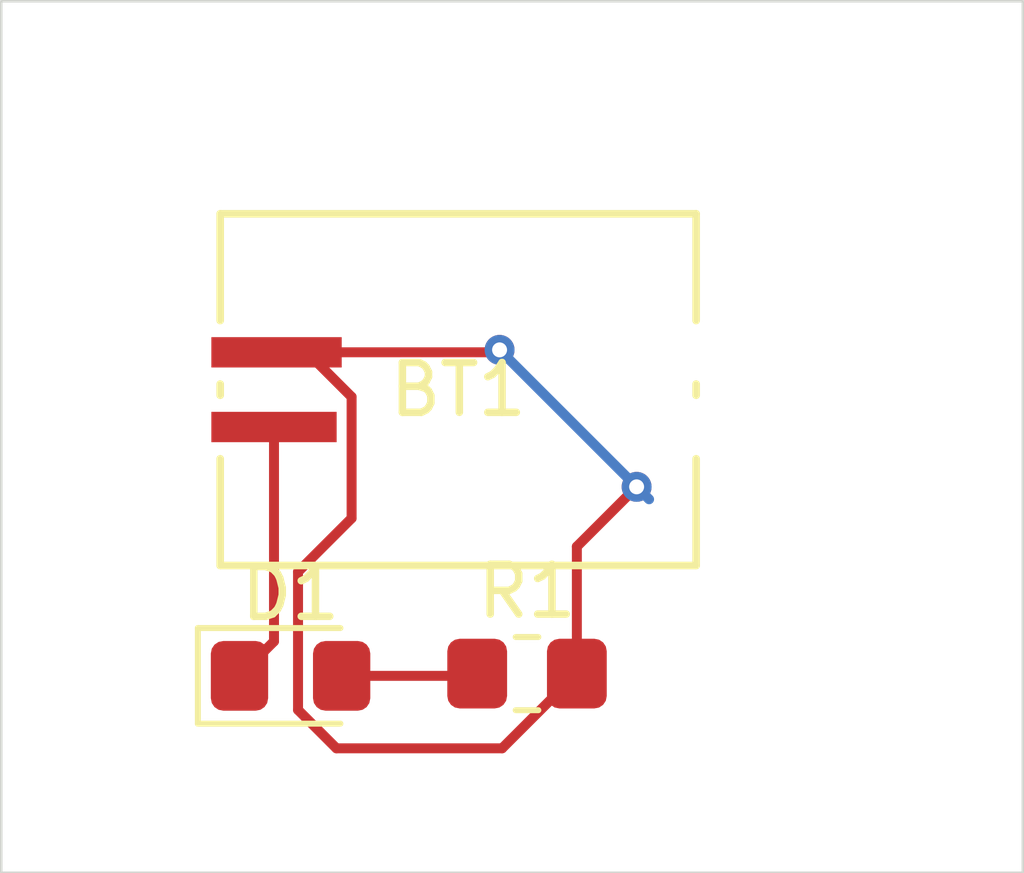
<source format=kicad_pcb>
(kicad_pcb (version 20240108) (generator "pcbnew") (generator_version "8.0")
  (title_block (title "LED_DEMO") (date "2024-10-29") (rev "1.0"))
  (layers (0 "F.Cu" signal) (31 "B.Cu" signal) (34 "B.Paste" user) (35 "F.Paste" user) (36 "B.SilkS" user "B.Silkscreen") (37 "F.SilkS" user "F.Silkscreen") (38 "B.Mask" user) (39 "F.Mask" user) (44 "Edge.Cuts" user))
  (net 0 "")
  (net 1 "Net-(BT1-+)")
  (net 2 "Net-(BT1--)")
  (net 3 "Net-(D1-A)")
  (footprint "Resistor_SMD:R_0805_2012Metric_Pad1.20x1.40mm_HandSolder" (layer "F.Cu") (at 142.050755 89)
    (property "Reference" "R1" (at 0 -1.65 0) (layer "F.SilkS"))
    (property "Value" "R")
    (fp_line (start -0.227064 -0.735) (end 0.227064 -0.735) (stroke (width 0.12)) (layer "F.SilkS"))
    (fp_line (start -0.227064 0.735) (end 0.227064 0.735) (stroke (width 0.12)) (layer "F.SilkS"))
    (pad "1" smd roundrect (at -1 0) (size 1.2 1.4) (layers "F.Cu" "F.Paste" "F.Mask") (roundrect_rratio 0.208333) (net 3 "Net-(D1-A)"))
    (pad "2" smd roundrect (at 1 0) (size 1.2 1.4) (layers "F.Cu" "F.Paste" "F.Mask") (roundrect_rratio 0.208333) (net 1 "Net-(BT1-+)"))
  )
  (footprint "LED_SMD:LED_0805_2012Metric_Pad1.15x1.40mm_HandSolder" (layer "F.Cu") (at 137.305755 89.045)
    (property "Reference" "D1" (at 0 -1.65 0) (layer "F.SilkS"))
    (property "Value" "LED")
    (fp_line (start -1.86 -0.96) (end -1.86 0.96) (stroke (width 0.12)) (layer "F.SilkS"))
    (fp_line (start -1.86 0.96) (end 1 0.96) (stroke (width 0.12)) (layer "F.SilkS"))
    (fp_line (start 1 -0.96) (end -1.86 -0.96) (stroke (width 0.12)) (layer "F.SilkS"))
    (pad "1" smd roundrect (at -1.025 0) (size 1.15 1.4) (layers "F.Cu" "F.Paste" "F.Mask") (roundrect_rratio 0.217391) (net 2 "Net-(BT1--)"))
    (pad "2" smd roundrect (at 1.025 0) (size 1.15 1.4) (layers "F.Cu" "F.Paste" "F.Mask") (roundrect_rratio 0.217391) (net 3 "Net-(D1-A)"))
  )
  (footprint "FS_3_Global_Footprint_Library:MS621FE-FL11E_SEC" (layer "F.Cu") (at 140.668955 83.2988)
    (property "Reference" "BT1" (at 0 0 0) (layer "F.SilkS"))
    (property "Value" "Battery_Cell")
    (fp_line (start -4.7752 -3.5306) (end -4.7752 -1.387541) (stroke (width 0.1524)) (layer "F.SilkS"))
    (fp_line (start -4.7752 -0.112461) (end -4.7752 0.112461) (stroke (width 0.1524)) (layer "F.SilkS"))
    (fp_line (start -4.7752 1.387541) (end -4.7752 3.5306) (stroke (width 0.1524)) (layer "F.SilkS"))
    (fp_line (start -4.7752 3.5306) (end 4.7752 3.5306) (stroke (width 0.1524)) (layer "F.SilkS"))
    (fp_line (start 4.7752 -3.5306) (end -4.7752 -3.5306) (stroke (width 0.1524)) (layer "F.SilkS"))
    (fp_line (start 4.7752 -1.387541) (end 4.7752 -3.5306) (stroke (width 0.1524)) (layer "F.SilkS"))
    (fp_line (start 4.7752 0.112461) (end 4.7752 -0.112461) (stroke (width 0.1524)) (layer "F.SilkS"))
    (fp_line (start 4.7752 3.5306) (end 4.7752 1.387541) (stroke (width 0.1524)) (layer "F.SilkS"))
    (pad "1" smd rect (at -3.6449 -0.750001) (size 2.6162 0.6096) (layers "F.Cu" "F.Paste" "F.Mask") (net 1 "Net-(BT1-+)"))
    (pad "2" smd rect (at -3.6957 0.750001) (size 2.5146 0.6096) (layers "F.Cu" "F.Paste" "F.Mask") (net 2 "Net-(BT1--)"))
  )
  (gr_rect (start 131.5 75.5) (end 152 93) (stroke (width 0.05)) (fill none) (layer "Edge.Cuts"))
  (segment (start 137.635353 82.548799) (end 137.024055 82.548799) (width 0.2) (layer "F.Cu") (net 1))
  (segment (start 143.050755 89) (end 141.550755 90.5) (width 0.2) (layer "F.Cu") (net 1))
  (segment (start 138.226011 90.5) (end 137.455755 89.729744) (width 0.2) (layer "F.Cu") (net 1))
  (segment (start 137.024055 82.548799) (end 141.451201 82.548799) (width 0.2) (layer "F.Cu") (net 1))
  (segment (start 143.050755 86.449245) (end 143.050755 89) (width 0.2) (layer "F.Cu") (net 1))
  (segment (start 141.451201 82.548799) (end 141.5 82.5) (width 0.2) (layer "F.Cu") (net 1))
  (segment (start 138.530555 83.444001) (end 137.635353 82.548799) (width 0.2) (layer "F.Cu") (net 1))
  (segment (start 144.25 85.25) (end 143.050755 86.449245) (width 0.2) (layer "F.Cu") (net 1))
  (segment (start 137.455755 86.955755) (end 138.530555 85.880955) (width 0.2) (layer "F.Cu") (net 1))
  (segment (start 137.455755 89.729744) (end 137.455755 86.955755) (width 0.2) (layer "F.Cu") (net 1))
  (segment (start 138.530555 85.880955) (end 138.530555 83.444001) (width 0.2) (layer "F.Cu") (net 1))
  (segment (start 141.550755 90.5) (end 138.226011 90.5) (width 0.2) (layer "F.Cu") (net 1))
  (via (at 144.25 85.25) (size 0.6) (drill 0.3) (layers "F.Cu" "B.Cu") (net 1))
  (via (at 141.5 82.5) (size 0.6) (drill 0.3) (layers "F.Cu" "B.Cu") (net 1))
  (segment (start 144.5 85.5) (end 144.25 85.25) (width 0.2) (layer "B.Cu") (net 1))
  (segment (start 141.5 82.5) (end 144.25 85.25) (width 0.2) (layer "B.Cu") (net 1))
  (segment (start 136.973255 84.048801) (end 136.973255 88.3525) (width 0.2) (layer "F.Cu") (net 2))
  (segment (start 136.973255 88.3525) (end 136.280755 89.045) (width 0.2) (layer "F.Cu") (net 2))
  (segment (start 141.005755 89.045) (end 141.050755 89) (width 0.2) (layer "F.Cu") (net 3))
  (segment (start 138.330755 89.045) (end 141.005755 89.045) (width 0.2) (layer "F.Cu") (net 3))
)
</source>
